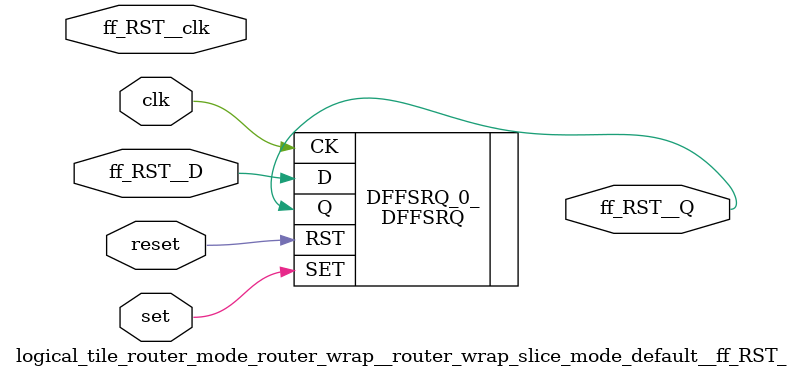
<source format=v>
`default_nettype none

module logical_tile_router_mode_router_wrap__router_wrap_slice_mode_default__ff_RST_(set,
                                                                                     reset,
                                                                                     clk,
                                                                                     ff_RST__D,
                                                                                     ff_RST__Q,
                                                                                     ff_RST__clk);
//----- GLOBAL PORTS -----
input [0:0] set;
//----- GLOBAL PORTS -----
input [0:0] reset;
//----- GLOBAL PORTS -----
input [0:0] clk;
//----- INPUT PORTS -----
input [0:0] ff_RST__D;
//----- OUTPUT PORTS -----
output [0:0] ff_RST__Q;
//----- CLOCK PORTS -----
input [0:0] ff_RST__clk;

//----- BEGIN wire-connection ports -----
wire [0:0] ff_RST__D;
wire [0:0] ff_RST__Q;
wire [0:0] ff_RST__clk;
//----- END wire-connection ports -----


//----- BEGIN Registered ports -----
//----- END Registered ports -----



// ----- BEGIN Local short connections -----
// ----- END Local short connections -----
// ----- BEGIN Local output short connections -----
// ----- END Local output short connections -----

	DFFSRQ DFFSRQ_0_ (
		.SET(set),
		.RST(reset),
		.CK(clk),
		.D(ff_RST__D),
		.Q(ff_RST__Q));

endmodule
// ----- END Verilog module for logical_tile_router_mode_router_wrap__router_wrap_slice_mode_default__ff_RST_ -----

//----- Default net type -----
`default_nettype wire




</source>
